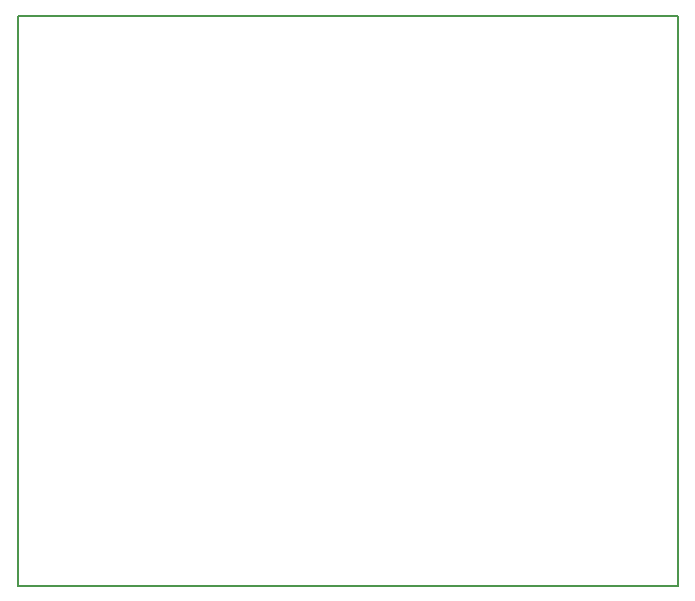
<source format=gbr>
%TF.GenerationSoftware,KiCad,Pcbnew,7.0.1*%
%TF.CreationDate,2023-04-17T15:40:40+09:00*%
%TF.ProjectId,Laser Pointer,4c617365-7220-4506-9f69-6e7465722e6b,rev?*%
%TF.SameCoordinates,Original*%
%TF.FileFunction,Profile,NP*%
%FSLAX46Y46*%
G04 Gerber Fmt 4.6, Leading zero omitted, Abs format (unit mm)*
G04 Created by KiCad (PCBNEW 7.0.1) date 2023-04-17 15:40:40*
%MOMM*%
%LPD*%
G01*
G04 APERTURE LIST*
%TA.AperFunction,Profile*%
%ADD10C,0.200000*%
%TD*%
G04 APERTURE END LIST*
D10*
X152400000Y-78740000D02*
X96520000Y-78740000D01*
X152400000Y-78740000D02*
X152400000Y-127000000D01*
X96520000Y-78740000D02*
X96520000Y-127000000D01*
X152400000Y-127000000D02*
X96520000Y-127000000D01*
M02*

</source>
